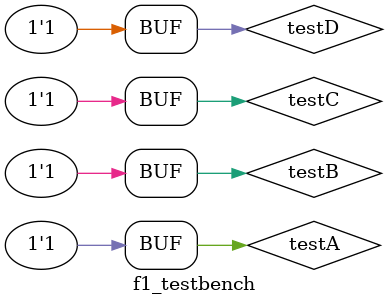
<source format=v>
module f1_testbench;
wire testY;
reg testA, testB, testC, testD;

f1 gate1(testA, testB, testC, testD, testY);

initial
begin

	$monitor(testA, testB, testC, testD,testY);

	testA = 1'b0;
	testB = 1'b0;
	testC = 1'b0;
	testD = 1'b0;

	#1
	testA = 1'b0;
	testB = 1'b0;
	testC = 1'b0;
	testD = 1'b1;

	#1
	testA = 1'b0;
	testB = 1'b0;
	testC = 1'b1;
	testD = 1'b0;

	#1
	testA = 1'b0;
	testB = 1'b0;
	testC = 1'b1;
	testD = 1'b1;

	#1
	testA = 1'b0;
	testB = 1'b1;
	testC = 1'b0;
	testD = 1'b0;

	#1
	testA = 1'b0;
	testB = 1'b1;
	testC = 1'b0;
	testD = 1'b1;

	#1
	testA = 1'b0;
	testB = 1'b1;
	testC = 1'b1;
	testD = 1'b0;

	#1
	testA = 1'b0;
	testB = 1'b1;
	testC = 1'b1;
	testD = 1'b1;

	#1
	testA = 1'b1;
	testB = 1'b0;
	testC = 1'b0;
	testD = 1'b0;
	#1
	testA = 1'b1;
	testB = 1'b0;
	testC = 1'b0;
	testD = 1'b1;

	#1
	testA = 1'b1;
	testB = 1'b0;
	testC = 1'b1;
	testD = 1'b0;

	#1
	testA = 1'b1;
	testB = 1'b0;
	testC = 1'b1;
	testD = 1'b1;

	#1
	testA = 1'b1;
	testB = 1'b1;
	testC = 1'b0;
	testD = 1'b0;

	#1
	testA = 1'b1;
	testB = 1'b1;
	testC = 1'b0;
	testD = 1'b1;

	#1
	testA = 1'b1;
	testB = 1'b1;
	testC = 1'b1;
	testD = 1'b0;

	#1
	testA = 1'b1;
	testB = 1'b1;
	testC = 1'b1;
	testD = 1'b1;
end
endmodule

</source>
